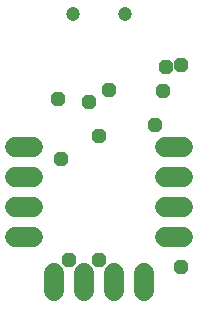
<source format=gbs>
G75*
%MOIN*%
%OFA0B0*%
%FSLAX24Y24*%
%IPPOS*%
%LPD*%
%AMOC8*
5,1,8,0,0,1.08239X$1,22.5*
%
%ADD10C,0.0680*%
%ADD11C,0.0474*%
%ADD12OC8,0.0476*%
D10*
X001930Y003048D02*
X001930Y003648D01*
X001230Y004848D02*
X000630Y004848D01*
X000630Y005848D02*
X001230Y005848D01*
X001230Y006848D02*
X000630Y006848D01*
X000630Y007848D02*
X001230Y007848D01*
X002930Y003648D02*
X002930Y003048D01*
X003930Y003048D02*
X003930Y003648D01*
X004930Y003648D02*
X004930Y003048D01*
X005630Y004848D02*
X006230Y004848D01*
X006230Y005848D02*
X005630Y005848D01*
X005630Y006848D02*
X006230Y006848D01*
X006230Y007848D02*
X005630Y007848D01*
D11*
X004301Y012285D03*
X002569Y012285D03*
D12*
X003780Y009776D03*
X003430Y008223D03*
X003083Y009371D03*
X002180Y007473D03*
X002055Y009473D03*
X002430Y004106D03*
X003430Y004098D03*
X005305Y008598D03*
X005555Y009723D03*
X005670Y010516D03*
X006180Y010598D03*
X006180Y003848D03*
M02*

</source>
